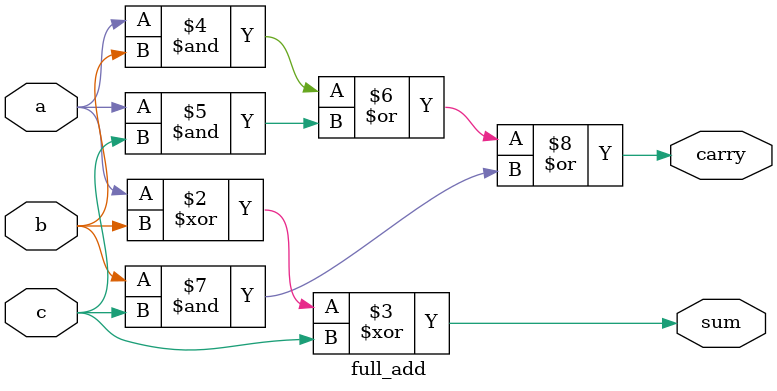
<source format=v>
module full_add(
    input a,
    input b,
    input c,
    output reg sum,
    output reg carry
    );
    always @(*)
    begin
    sum = a^b^c;
    carry = (a&b)|(a&c)|(b&c);
    end
endmodule

</source>
